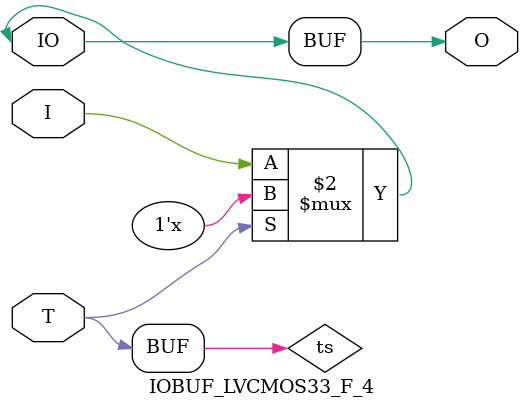
<source format=v>

/*

FUNCTION	: INPUT TRI-STATE OUTPUT BUFFER

*/

`celldefine
`timescale  100 ps / 10 ps

module IOBUF_LVCMOS33_F_4 (O, IO, I, T);

    output O;

    inout  IO;

    input  I, T;

    or O1 (ts, 1'b0, T);
    bufif0 T1 (IO, I, ts);

    buf B1 (O, IO);

endmodule

</source>
